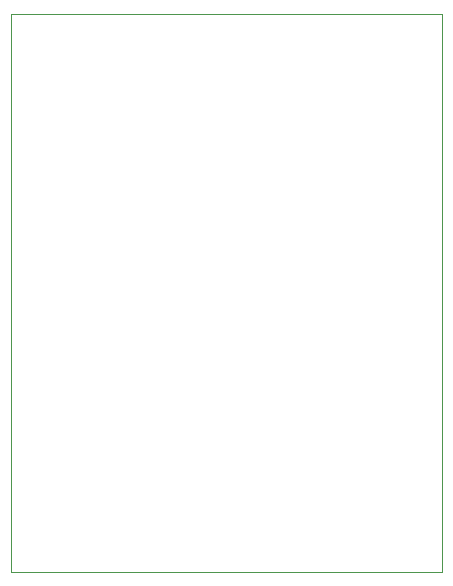
<source format=gbr>
%TF.GenerationSoftware,KiCad,Pcbnew,8.0.2*%
%TF.CreationDate,2024-06-26T19:14:07+02:00*%
%TF.ProjectId,PixelDisplay,50697865-6c44-4697-9370-6c61792e6b69,rev?*%
%TF.SameCoordinates,Original*%
%TF.FileFunction,Profile,NP*%
%FSLAX46Y46*%
G04 Gerber Fmt 4.6, Leading zero omitted, Abs format (unit mm)*
G04 Created by KiCad (PCBNEW 8.0.2) date 2024-06-26 19:14:07*
%MOMM*%
%LPD*%
G01*
G04 APERTURE LIST*
%TA.AperFunction,Profile*%
%ADD10C,0.050000*%
%TD*%
G04 APERTURE END LIST*
D10*
X134350000Y-45200000D02*
X170850000Y-45200000D01*
X170850000Y-92400000D02*
X170850000Y-45200000D01*
X134350000Y-92400000D02*
X134350000Y-45200000D01*
X170850000Y-92400000D02*
X134350000Y-92400000D01*
M02*

</source>
